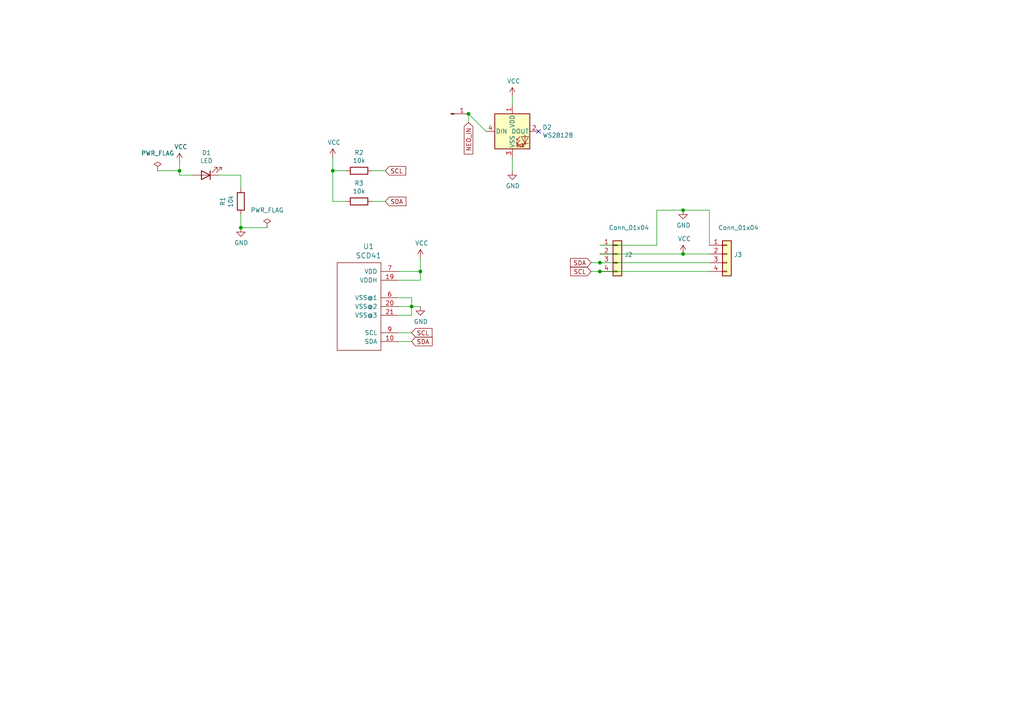
<source format=kicad_sch>
(kicad_sch (version 20230121) (generator eeschema)
  (paper "A4")
  (lib_symbols
    (symbol "Connector:Conn_01x01_Pin" (pin_names (offset 1.016) hide)
      (property "Reference" "J" (at 0 2.54 0))
      (property "Value" "Conn_01x01_Pin" (at 0 -2.54 0))
      (symbol "Conn_01x01_Pin_1_1"
        (polyline (pts (xy 1.27 0) (xy 0.8636 0)) (stroke (width 0.1524)))
        (rectangle (start 0.8636 0.127) (end 0 -0.127) (stroke (width 0.1524)) (fill (type outline)))
        (pin passive line (at 5.08 0 180) (length 3.81) (name "Pin_1") (number "1"))
      )
    )
    (symbol "Connector_Generic:Conn_01x04" (pin_names (offset 1.016) hide)
      (property "Reference" "J" (at 0 5.08 0))
      (property "Value" "Conn_01x04" (at 0 -7.62 0))
      (symbol "Conn_01x04_1_1"
        (rectangle (start -1.27 -4.953) (end 0 -5.207) (stroke (width 0.1524)))
        (rectangle (start -1.27 -2.413) (end 0 -2.667) (stroke (width 0.1524)))
        (rectangle (start -1.27 0.127) (end 0 -0.127) (stroke (width 0.1524)))
        (rectangle (start -1.27 2.667) (end 0 2.413) (stroke (width 0.1524)))
        (rectangle (start -1.27 3.81) (end 1.27 -6.35) (stroke (width 0.254)) (fill (type background)))
        (pin passive line (at -5.08 2.54 0) (length 3.81) (name "Pin_1") (number "1"))
        (pin passive line (at -5.08 0 0) (length 3.81) (name "Pin_2") (number "2"))
        (pin passive line (at -5.08 -2.54 0) (length 3.81) (name "Pin_3") (number "3"))
        (pin passive line (at -5.08 -5.08 0) (length 3.81) (name "Pin_4") (number "4"))
      )
    )
    (symbol "Device:LED" (pin_numbers hide) (pin_names (offset 1.016) hide)
      (property "Reference" "D" (at 0 2.54 0))
      (property "Value" "LED" (at 0 -2.54 0))
      (symbol "LED_0_1"
        (polyline (pts (xy -1.27 -1.27) (xy -1.27 1.27)) (stroke (width 0.254)))
        (polyline (pts (xy -1.27 0) (xy 1.27 0)))
        (polyline (pts (xy 1.27 -1.27) (xy 1.27 1.27) (xy -1.27 0) (xy 1.27 -1.27)) (stroke (width 0.254)))
        (polyline (pts (xy -3.048 -0.762) (xy -4.572 -2.286) (xy -3.81 -2.286) (xy -4.572 -2.286) (xy -4.572 -1.524)))
        (polyline (pts (xy -1.778 -0.762) (xy -3.302 -2.286) (xy -2.54 -2.286) (xy -3.302 -2.286) (xy -3.302 -1.524)))
      )
      (symbol "LED_1_1"
        (pin passive line (at -3.81 0 0) (length 2.54) (name "K") (number "1"))
        (pin passive line (at 3.81 0 180) (length 2.54) (name "A") (number "2"))
      )
    )
    (symbol "Device:R" (pin_numbers hide) (pin_names (offset 0))
      (property "Reference" "R" (at 2.032 0 90))
      (property "Value" "R" (at 0 0 90))
      (symbol "R_0_1"
        (rectangle (start -1.016 -2.54) (end 1.016 2.54) (stroke (width 0.254)))
      )
      (symbol "R_1_1"
        (pin passive line (at 0 3.81 270) (length 1.27) (name "~") (number "1"))
        (pin passive line (at 0 -3.81 90) (length 1.27) (name "~") (number "2"))
      )
    )
    (symbol "LED:WS2812B" (pin_names (offset 0.254))
      (property "Reference" "D" (at 5.08 5.715 0))
      (property "Value" "WS2812B" (at 1.27 -5.715 0))
      (symbol "WS2812B_0_0"
        (text "RGB" (at 2.286 -4.191 0) (effects (font (size 0.762 0.762))))
      )
      (symbol "WS2812B_0_1"
        (polyline (pts (xy 1.27 -3.556) (xy 1.778 -3.556)))
        (polyline (pts (xy 1.27 -2.54) (xy 1.778 -2.54)))
        (polyline (pts (xy 4.699 -3.556) (xy 2.667 -3.556)))
        (polyline (pts (xy 2.286 -2.54) (xy 1.27 -3.556) (xy 1.27 -3.048)))
        (polyline (pts (xy 2.286 -1.524) (xy 1.27 -2.54) (xy 1.27 -2.032)))
        (polyline (pts (xy 3.683 -1.016) (xy 3.683 -3.556) (xy 3.683 -4.064)))
        (polyline (pts (xy 4.699 -1.524) (xy 2.667 -1.524) (xy 3.683 -3.556) (xy 4.699 -1.524)))
        (rectangle (start 5.08 5.08) (end -5.08 -5.08) (stroke (width 0.254)) (fill (type background)))
      )
      (symbol "WS2812B_1_1"
        (pin power_in line (at 0 7.62 270) (length 2.54) (name "VDD") (number "1"))
        (pin output line (at 7.62 0 180) (length 2.54) (name "DOUT") (number "2"))
        (pin power_in line (at 0 -7.62 90) (length 2.54) (name "VSS") (number "3"))
        (pin input line (at -7.62 0 0) (length 2.54) (name "DIN") (number "4"))
      )
    )
    (symbol "UROS_CO2-brkout-rescue:SCD40-D-R2-Grove_-_CO2_&_Temperature_&_Humidity_Sensor_-_SCD41_V1.01-eagle-import-SCD41_V01_exported-rescue" (pin_names (offset 1.016))
      (property "Reference" "U" (at -5.08 15.24 0))
      (property "Value" "SCD40-D-R2-Grove_-_CO2_&_Temperature_&_Humidity_Sensor_-_SCD41_V1.01-eagle-import-SCD41_V01_exported-rescue" (at -5.08 12.7 0))
      (symbol "SCD40-D-R2-Grove_-_CO2_&_Temperature_&_Humidity_Sensor_-_SCD41_V1.01-eagle-import-SCD41_V01_exported-rescue_1_0"
        (polyline (pts (xy -5.08 -12.7) (xy -5.08 12.7)))
        (polyline (pts (xy -5.08 12.7) (xy 7.62 12.7)))
        (polyline (pts (xy 7.62 -12.7) (xy -5.08 -12.7)))
        (polyline (pts (xy 7.62 12.7) (xy 7.62 -12.7)))
        (pin bidirectional line (at 12.7 -10.16 180) (length 5.08) (name "SDA") (number "10"))
        (pin bidirectional line (at 12.7 7.62 180) (length 5.08) (name "VDDH") (number "19"))
        (pin bidirectional line (at 12.7 0 180) (length 5.08) (name "VSS@2") (number "20"))
        (pin bidirectional line (at 12.7 -2.54 180) (length 5.08) (name "VSS@3") (number "21"))
        (pin bidirectional line (at 12.7 2.54 180) (length 5.08) (name "VSS@1") (number "6"))
        (pin bidirectional line (at 12.7 10.16 180) (length 5.08) (name "VDD") (number "7"))
        (pin bidirectional line (at 12.7 -7.62 180) (length 5.08) (name "SCL") (number "9"))
      )
    )
    (symbol "power:GND" (power) (pin_names (offset 0))
      (property "Value" "GND" (at 0 -3.81 0))
      (symbol "GND_0_1"
        (polyline (pts (xy 0 0) (xy 0 -1.27) (xy 1.27 -1.27) (xy 0 -2.54) (xy -1.27 -1.27) (xy 0 -1.27)))
      )
      (symbol "GND_1_1"
        (pin power_in line (at 0 0 270) (length 0) hide (name "GND") (number "1"))
      )
    )
    (symbol "power:PWR_FLAG" (power) (pin_numbers hide) (pin_names (offset 0) hide)
      (property "Value" "PWR_FLAG" (at 0 3.81 0))
      (symbol "PWR_FLAG_0_0"
        (pin power_out line (at 0 0 90) (length 0) (name "pwr") (number "1"))
      )
      (symbol "PWR_FLAG_0_1"
        (polyline (pts (xy 0 0) (xy 0 1.27) (xy -1.016 1.905) (xy 0 2.54) (xy 1.016 1.905) (xy 0 1.27)))
      )
    )
    (symbol "power:VCC" (power) (pin_names (offset 0))
      (property "Value" "VCC" (at 0 3.81 0))
      (symbol "VCC_0_1"
        (polyline (pts (xy -0.762 1.27) (xy 0 2.54)))
        (polyline (pts (xy 0 0) (xy 0 2.54)))
        (polyline (pts (xy 0 2.54) (xy 0.762 1.27)))
      )
      (symbol "VCC_1_1"
        (pin power_in line (at 0 0 90) (length 0) hide (name "VCC") (number "1"))
      )
    )
  )
  (junction (at 173.99 76.2))
  (junction (at 119.38 88.9))
  (junction (at 173.99 78.74))
  (junction (at 96.52 49.53))
  (junction (at 135.89 33.02))
  (junction (at 198.12 73.66))
  (junction (at 121.92 78.74))
  (junction (at 198.12 60.96))
  (junction (at 52.07 49.53))
  (junction (at 69.85 66.04))
  (no_connect (at 156.21 38.1))
  (wire (pts (xy 205.74 76.2) (xy 173.99 76.2)))
  (wire (pts (xy 96.52 49.53) (xy 96.52 58.42)))
  (wire (pts (xy 205.74 71.12) (xy 205.74 60.96)))
  (wire (pts (xy 119.38 86.36) (xy 119.38 88.9)))
  (wire (pts (xy 69.85 62.23) (xy 69.85 66.04)))
  (wire (pts (xy 52.07 50.8) (xy 55.88 50.8)))
  (wire (pts (xy 135.89 35.56) (xy 135.89 33.02)))
  (wire (pts (xy 96.52 49.53) (xy 100.33 49.53)))
  (wire (pts (xy 115.57 91.44) (xy 119.38 91.44)))
  (wire (pts (xy 121.92 78.74) (xy 115.57 78.74)))
  (wire (pts (xy 77.47 66.04) (xy 69.85 66.04)))
  (wire (pts (xy 96.52 45.72) (xy 96.52 49.53)))
  (wire (pts (xy 198.12 60.96) (xy 205.74 60.96)))
  (wire (pts (xy 115.57 99.06) (xy 119.38 99.06)))
  (wire (pts (xy 96.52 58.42) (xy 100.33 58.42)))
  (wire (pts (xy 115.57 88.9) (xy 119.38 88.9)))
  (wire (pts (xy 198.12 73.66) (xy 205.74 73.66)))
  (wire (pts (xy 69.85 50.8) (xy 69.85 54.61)))
  (wire (pts (xy 121.92 81.28) (xy 121.92 78.74)))
  (wire (pts (xy 119.38 88.9) (xy 121.92 88.9)))
  (wire (pts (xy 121.92 74.93) (xy 121.92 78.74)))
  (wire (pts (xy 190.5 60.96) (xy 198.12 60.96)))
  (wire (pts (xy 115.57 81.28) (xy 121.92 81.28)))
  (wire (pts (xy 205.74 78.74) (xy 173.99 78.74)))
  (wire (pts (xy 111.76 58.42) (xy 107.95 58.42)))
  (wire (pts (xy 52.07 49.53) (xy 52.07 50.8)))
  (wire (pts (xy 63.5 50.8) (xy 69.85 50.8)))
  (wire (pts (xy 115.57 86.36) (xy 119.38 86.36)))
  (wire (pts (xy 107.95 49.53) (xy 111.76 49.53)))
  (wire (pts (xy 148.59 45.72) (xy 148.59 49.53)))
  (wire (pts (xy 135.89 33.02) (xy 140.97 38.1)))
  (wire (pts (xy 52.07 46.99) (xy 52.07 49.53)))
  (wire (pts (xy 173.99 78.74) (xy 171.45 78.74)))
  (wire (pts (xy 115.57 96.52) (xy 119.38 96.52)))
  (wire (pts (xy 45.72 49.53) (xy 52.07 49.53)))
  (wire (pts (xy 173.99 76.2) (xy 171.45 76.2)))
  (wire (pts (xy 190.5 71.12) (xy 190.5 60.96)))
  (wire (pts (xy 173.99 71.12) (xy 190.5 71.12)))
  (wire (pts (xy 119.38 91.44) (xy 119.38 88.9)))
  (wire (pts (xy 148.59 27.94) (xy 148.59 30.48)))
  (wire (pts (xy 173.99 73.66) (xy 198.12 73.66)))
  (global_label "SDA" (shape input) (at 111.76 58.42 0) (property "Intersheetrefs" "${INTERSHEET_REFS}" (effects hide)))
  (global_label "SCL" (shape input) (at 171.45 78.74 180) (property "Intersheetrefs" "${INTERSHEET_REFS}" (effects hide)))
  (global_label "NEO_IN" (shape input) (at 135.89 35.56 270) (property "Intersheetrefs" "${INTERSHEET_REFS}" (effects hide)))
  (global_label "SDA" (shape input) (at 119.38 99.06 0) (property "Intersheetrefs" "${INTERSHEET_REFS}" (effects hide)))
  (global_label "SCL" (shape input) (at 111.76 49.53 0) (property "Intersheetrefs" "${INTERSHEET_REFS}" (effects hide)))
  (global_label "SDA" (shape input) (at 171.45 76.2 180) (property "Intersheetrefs" "${INTERSHEET_REFS}" (effects hide)))
  (global_label "SCL" (shape input) (at 119.38 96.52 0) (property "Intersheetrefs" "${INTERSHEET_REFS}" (effects hide)))
  (symbol (lib_id "UROS_CO2-brkout-rescue:SCD40-D-R2-Grove_-_CO2_&_Temperature_&_Humidity_Sensor_-_SCD41_V1.01-eagle-import-SCD41_V01_exported-rescue") (at 102.87 88.9 0) (unit 1)
    (property "Reference" "U1" (at 106.8832 71.4756 0) (effects (font (size 1.4986 1.4986))))
    (property "Value" "SCD41" (at 106.8832 74.1426 0) (effects (font (size 1.4986 1.4986))))
    (property "Footprint" "UROS_SCD41_footprints:SCD41_Ada" (effects hide))
  )
  (symbol (lib_id "power:VCC") (at 52.07 46.99 0) (unit 1)
    (property "Reference" "#PWR01" (effects hide))
    (property "Value" "VCC" (at 52.451 42.5958 0))
  )
  (symbol (lib_id "power:VCC") (at 121.92 74.93 0) (unit 1)
    (property "Reference" "#PWR04" (effects hide))
    (property "Value" "VCC" (at 122.301 70.5358 0))
  )
  (symbol (lib_id "power:GND") (at 121.92 88.9 0) (unit 1)
    (property "Reference" "#PWR05" (effects hide))
    (property "Value" "GND" (at 122.047 93.2942 0))
  )
  (symbol (lib_id "power:GND") (at 69.85 66.04 0) (unit 1)
    (property "Reference" "#PWR02" (effects hide))
    (property "Value" "GND" (at 69.977 70.4342 0))
  )
  (symbol (lib_id "power:VCC") (at 198.12 73.66 0) (unit 1)
    (property "Reference" "#PWR09" (effects hide))
    (property "Value" "VCC" (at 198.501 69.2658 0))
  )
  (symbol (lib_id "power:VCC") (at 96.52 45.72 0) (unit 1)
    (property "Reference" "#PWR03" (effects hide))
    (property "Value" "VCC" (at 96.901 41.3258 0))
  )
  (symbol (lib_id "Device:R") (at 104.14 49.53 270) (unit 1)
    (property "Reference" "R2" (at 104.14 44.2722 90))
    (property "Value" "10k" (at 104.14 46.5836 90))
    (property "Footprint" "UROS_SCD41_footprints:R_1206_HandSolder" (effects hide))
  )
  (symbol (lib_id "Device:R") (at 104.14 58.42 270) (unit 1)
    (property "Reference" "R3" (at 104.14 53.1622 90))
    (property "Value" "10k" (at 104.14 55.4736 90))
    (property "Footprint" "UROS_SCD41_footprints:R_1206_HandSolder" (effects hide))
  )
  (symbol (lib_id "power:GND") (at 198.12 60.96 0) (unit 1)
    (property "Reference" "#PWR08" (effects hide))
    (property "Value" "GND" (at 198.247 65.3542 0))
  )
  (symbol (lib_id "Connector_Generic:Conn_01x04") (at 179.07 73.66 0) (unit 1)
    (property "Reference" "J2" (at 181.102 73.8632 0) (effects (justify left)))
    (property "Value" "Conn_01x04" (at 176.53 66.04 0) (effects (justify left)))
    (property "Footprint" "Connector_PinHeader_2.54mm:PinHeader_1x04_P2.54mm_Vertical" (effects hide))
  )
  (symbol (lib_id "Device:R") (at 69.85 58.42 0) (unit 1)
    (property "Reference" "R1" (at 64.5922 58.42 90))
    (property "Value" "10k" (at 66.9036 58.42 90))
    (property "Footprint" "UROS_SCD41_footprints:R_1206_HandSolder" (effects hide))
  )
  (symbol (lib_id "Device:LED") (at 59.69 50.8 180) (unit 1)
    (property "Reference" "D1" (at 59.8678 44.323 0))
    (property "Value" "LED" (at 59.8678 46.6344 0))
    (property "Footprint" "UROS_SCD41_footprints:LED_0805_HandSolder" (effects hide))
  )
  (symbol (lib_id "LED:WS2812B") (at 148.59 38.1 0) (unit 1)
    (property "Reference" "D2" (at 157.3276 36.9316 0) (effects (justify left)))
    (property "Value" "WS2812B" (at 157.3276 39.243 0) (effects (justify left)))
    (property "Footprint" "UROS_SCD41_footprints:NEO-Pixel_WS2812B" (effects hide))
    (property "Datasheet" "https://cdn-shop.adafruit.com/datasheets/WS2812B.pdf" (effects hide))
  )
  (symbol (lib_id "power:VCC") (at 148.59 27.94 0) (unit 1)
    (property "Reference" "#PWR06" (effects hide))
    (property "Value" "VCC" (at 148.971 23.5458 0))
  )
  (symbol (lib_id "power:GND") (at 148.59 49.53 0) (unit 1)
    (property "Reference" "#PWR07" (effects hide))
    (property "Value" "GND" (at 148.717 53.9242 0))
  )
  (symbol (lib_id "Connector_Generic:Conn_01x04") (at 210.82 73.66 0) (unit 1)
    (property "Reference" "J3" (at 212.852 73.8632 0) (effects (justify left)))
    (property "Value" "Conn_01x04" (at 208.28 66.04 0) (effects (justify left)))
    (property "Footprint" "Connector_PinHeader_2.54mm:PinHeader_1x04_P2.54mm_Vertical" (effects hide))
  )
  (symbol (lib_id "power:PWR_FLAG") (at 45.72 49.53 0) (unit 1)
    (property "Reference" "#FLG01" (effects hide))
    (property "Value" "PWR_FLAG" (at 45.72 44.45 0))
  )
  (symbol (lib_id "power:PWR_FLAG") (at 77.47 66.04 0) (unit 1)
    (property "Reference" "#FLG02" (effects hide))
    (property "Value" "PWR_FLAG" (at 77.47 60.96 0))
  )
  (symbol (lib_id "Connector:Conn_01x01_Pin") (at 130.81 33.02 0) (unit 1)
    (property "Reference" "J1" (effects hide))
    (property "Value" "Conn_01x01_Pin" (effects hide))
    (property "Footprint" "Connector_PinHeader_2.54mm:PinHeader_1x01_P2.54mm_Vertical" (effects hide))
  )
)
</source>
